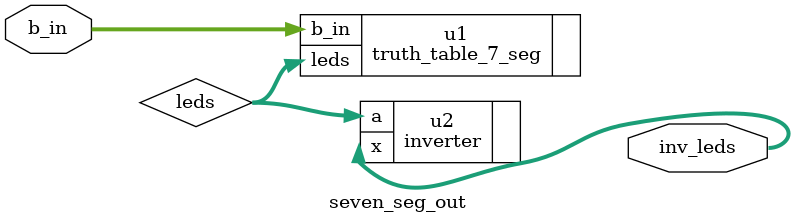
<source format=v>
`timescale 1ns / 1ps


module seven_seg_out(

    input [3:0] b_in,
    output [6:0] inv_leds

    );
    
    wire [6:0] leds;
    
    truth_table_7_seg u1 (.b_in(b_in), .leds(leds));
    inverter u2 (.a(leds), .x(inv_leds));
    
endmodule
</source>
